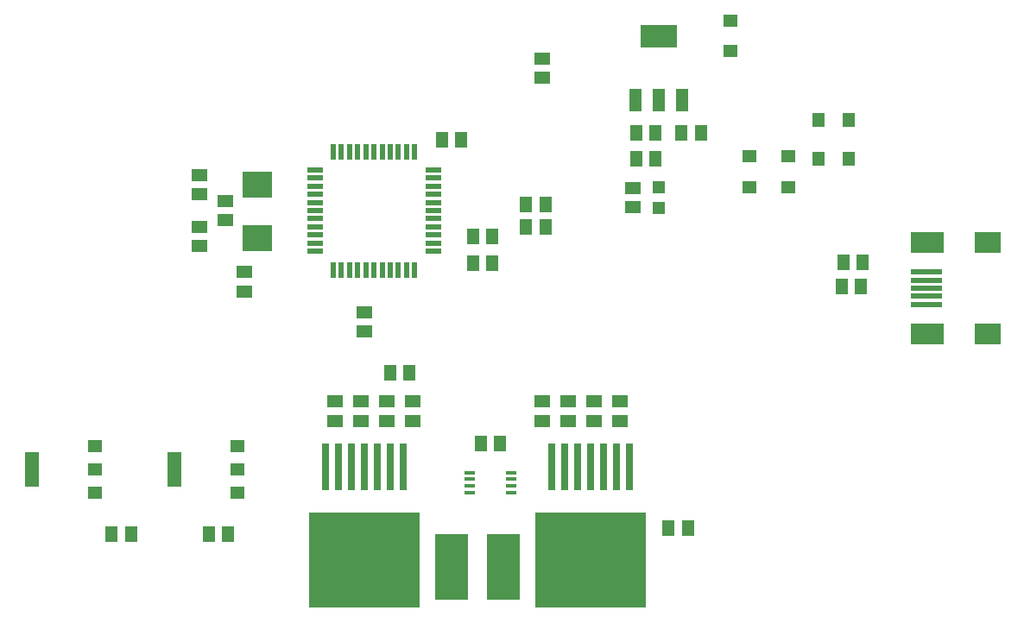
<source format=gbr>
G04 EAGLE Gerber RS-274X export*
G75*
%MOMM*%
%FSLAX34Y34*%
%LPD*%
%INSolderpaste Bottom*%
%IPPOS*%
%AMOC8*
5,1,8,0,0,1.08239X$1,22.5*%
G01*
%ADD10R,1.500000X1.300000*%
%ADD11R,2.500000X2.000000*%
%ADD12R,3.300000X2.000000*%
%ADD13R,3.100000X0.500000*%
%ADD14R,1.300000X1.600000*%
%ADD15R,1.300000X1.500000*%
%ADD16R,0.500000X1.500000*%
%ADD17R,1.500000X0.500000*%
%ADD18R,3.000000X2.500000*%
%ADD19R,1.200000X1.200000*%
%ADD20R,1.219200X2.235200*%
%ADD21R,3.600000X2.200000*%
%ADD22R,1.400000X1.200000*%
%ADD23R,1.600000X1.300000*%
%ADD24R,1.200000X1.400000*%
%ADD25R,10.800000X9.400000*%
%ADD26R,0.800000X4.600000*%
%ADD27R,1.000000X0.450000*%
%ADD28R,1.400000X3.500000*%
%ADD29R,3.251200X6.451600*%


D10*
X622300Y428600D03*
X622300Y409600D03*
D11*
X969800Y285700D03*
X969800Y374700D03*
D12*
X910800Y285700D03*
X910800Y374700D03*
D13*
X909800Y346200D03*
X909800Y338200D03*
X909800Y330200D03*
X909800Y322200D03*
X909800Y314200D03*
D14*
X826986Y331724D03*
X845986Y331724D03*
X828700Y355600D03*
X847700Y355600D03*
D15*
X465544Y381000D03*
X484544Y381000D03*
D16*
X408300Y348400D03*
X400300Y348400D03*
X392300Y348400D03*
X384300Y348400D03*
X376300Y348400D03*
X368300Y348400D03*
X360300Y348400D03*
X352300Y348400D03*
X344300Y348400D03*
X336300Y348400D03*
X328300Y348400D03*
D17*
X310300Y366400D03*
X310300Y374400D03*
X310300Y382400D03*
X310300Y390400D03*
X310300Y398400D03*
X310300Y406400D03*
X310300Y414400D03*
X310300Y422400D03*
X310300Y430400D03*
X310300Y438400D03*
X310300Y446400D03*
D16*
X328300Y464400D03*
X336300Y464400D03*
X344300Y464400D03*
X352300Y464400D03*
X360300Y464400D03*
X368300Y464400D03*
X376300Y464400D03*
X384300Y464400D03*
X392300Y464400D03*
X400300Y464400D03*
X408300Y464400D03*
D17*
X426300Y446400D03*
X426300Y438400D03*
X426300Y430400D03*
X426300Y422400D03*
X426300Y414400D03*
X426300Y406400D03*
X426300Y398400D03*
X426300Y390400D03*
X426300Y382400D03*
X426300Y374400D03*
X426300Y366400D03*
D10*
X196850Y371500D03*
X196850Y390500D03*
X196850Y441300D03*
X196850Y422300D03*
D14*
X454000Y476250D03*
X435000Y476250D03*
D10*
X358775Y287744D03*
X358775Y306744D03*
D18*
X254000Y379750D03*
X254000Y432050D03*
D15*
X484544Y354394D03*
X465544Y354394D03*
D19*
X647700Y429600D03*
X647700Y408600D03*
D10*
X222250Y396900D03*
X222250Y415900D03*
X533400Y536600D03*
X533400Y555600D03*
D15*
X688950Y482600D03*
X669950Y482600D03*
X625500Y482600D03*
X644500Y482600D03*
D20*
X670814Y515112D03*
X647700Y515112D03*
X624586Y515112D03*
D21*
X647700Y577090D03*
D22*
X774700Y429500D03*
X774700Y459500D03*
X736600Y429500D03*
X736600Y459500D03*
X717550Y592850D03*
X717550Y562850D03*
D15*
X625500Y457200D03*
X644500Y457200D03*
D23*
X241300Y327050D03*
X241300Y346050D03*
D24*
X834150Y457200D03*
X804150Y457200D03*
D25*
X358800Y63300D03*
D26*
X358800Y154800D03*
X346100Y154800D03*
X333400Y154800D03*
X320700Y154800D03*
X371500Y154800D03*
X384200Y154800D03*
X396900Y154800D03*
D25*
X581050Y63300D03*
D26*
X581050Y154800D03*
X568350Y154800D03*
X555650Y154800D03*
X542950Y154800D03*
X593750Y154800D03*
X606450Y154800D03*
X619150Y154800D03*
D10*
X381000Y219050D03*
X381000Y200050D03*
X584200Y219050D03*
X584200Y200050D03*
X609600Y200050D03*
X609600Y219050D03*
X355600Y200050D03*
X355600Y219050D03*
X330200Y200050D03*
X330200Y219050D03*
X533400Y200050D03*
X533400Y219050D03*
X558800Y200050D03*
X558800Y219050D03*
D15*
X384200Y247650D03*
X403200Y247650D03*
X676250Y95250D03*
X657250Y95250D03*
X473100Y177800D03*
X492100Y177800D03*
D27*
X503100Y149450D03*
X503100Y142950D03*
X503100Y136450D03*
X503100Y129950D03*
X462100Y129950D03*
X462100Y136450D03*
X462100Y142950D03*
X462100Y149450D03*
D22*
X234190Y175510D03*
X234190Y152400D03*
X234190Y129290D03*
D28*
X172210Y152400D03*
D15*
X517550Y390271D03*
X536550Y390271D03*
D22*
X94490Y175510D03*
X94490Y152400D03*
X94490Y129290D03*
D28*
X32510Y152400D03*
D15*
X517550Y412750D03*
X536550Y412750D03*
X130150Y88900D03*
X111150Y88900D03*
X225400Y88900D03*
X206400Y88900D03*
D10*
X406400Y200050D03*
X406400Y219050D03*
D29*
X444500Y57150D03*
X495300Y57150D03*
D24*
X834150Y495300D03*
X804150Y495300D03*
M02*

</source>
